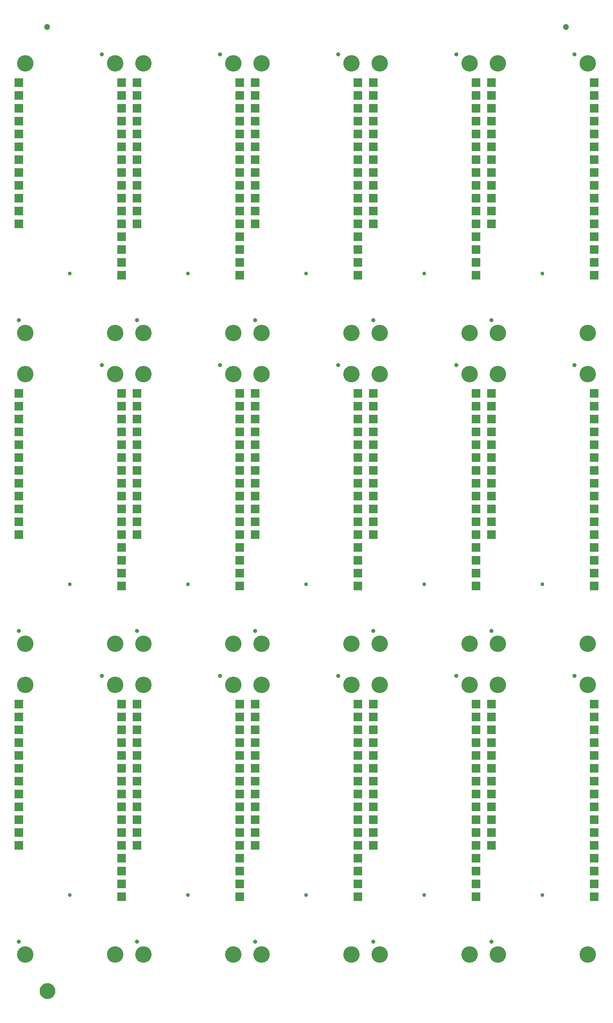
<source format=gbs>
G04 EAGLE Gerber RS-274X export*
G75*
%MOMM*%
%FSLAX34Y34*%
%LPD*%
%INSoldermask Bottom*%
%IPPOS*%
%AMOC8*
5,1,8,0,0,1.08239X$1,22.5*%
G01*
%ADD10R,1.727200X1.727200*%
%ADD11C,0.838200*%
%ADD12C,0.762000*%
%ADD13C,3.251200*%
%ADD14C,1.203200*%
%ADD15C,1.270000*%
%ADD16C,1.703200*%


D10*
X12700Y241300D03*
X12700Y266700D03*
X12700Y292100D03*
X12700Y317500D03*
X12700Y342900D03*
X12700Y368300D03*
X12700Y393700D03*
X12700Y419100D03*
X12700Y444500D03*
X12700Y469900D03*
X12700Y495300D03*
X12700Y520700D03*
X215900Y139700D03*
X215900Y165100D03*
X215900Y190500D03*
X215900Y215900D03*
X215900Y241300D03*
X215900Y266700D03*
X215900Y292100D03*
X215900Y317500D03*
X215900Y342900D03*
X215900Y368300D03*
X215900Y393700D03*
X215900Y419100D03*
X215900Y444500D03*
X215900Y469900D03*
X215900Y495300D03*
X215900Y520700D03*
D11*
X176530Y576580D03*
X12700Y50800D03*
D12*
X113030Y143510D03*
D13*
X25400Y25400D03*
X203200Y25400D03*
X25400Y558800D03*
X203200Y558800D03*
D10*
X246380Y241300D03*
X246380Y266700D03*
X246380Y292100D03*
X246380Y317500D03*
X246380Y342900D03*
X246380Y368300D03*
X246380Y393700D03*
X246380Y419100D03*
X246380Y444500D03*
X246380Y469900D03*
X246380Y495300D03*
X246380Y520700D03*
X449580Y139700D03*
X449580Y165100D03*
X449580Y190500D03*
X449580Y215900D03*
X449580Y241300D03*
X449580Y266700D03*
X449580Y292100D03*
X449580Y317500D03*
X449580Y342900D03*
X449580Y368300D03*
X449580Y393700D03*
X449580Y419100D03*
X449580Y444500D03*
X449580Y469900D03*
X449580Y495300D03*
X449580Y520700D03*
D11*
X410210Y576580D03*
X246380Y50800D03*
D12*
X346710Y143510D03*
D13*
X259080Y25400D03*
X436880Y25400D03*
X259080Y558800D03*
X436880Y558800D03*
D10*
X480060Y241300D03*
X480060Y266700D03*
X480060Y292100D03*
X480060Y317500D03*
X480060Y342900D03*
X480060Y368300D03*
X480060Y393700D03*
X480060Y419100D03*
X480060Y444500D03*
X480060Y469900D03*
X480060Y495300D03*
X480060Y520700D03*
X683260Y139700D03*
X683260Y165100D03*
X683260Y190500D03*
X683260Y215900D03*
X683260Y241300D03*
X683260Y266700D03*
X683260Y292100D03*
X683260Y317500D03*
X683260Y342900D03*
X683260Y368300D03*
X683260Y393700D03*
X683260Y419100D03*
X683260Y444500D03*
X683260Y469900D03*
X683260Y495300D03*
X683260Y520700D03*
D11*
X643890Y576580D03*
X480060Y50800D03*
D12*
X580390Y143510D03*
D13*
X492760Y25400D03*
X670560Y25400D03*
X492760Y558800D03*
X670560Y558800D03*
D10*
X713740Y241300D03*
X713740Y266700D03*
X713740Y292100D03*
X713740Y317500D03*
X713740Y342900D03*
X713740Y368300D03*
X713740Y393700D03*
X713740Y419100D03*
X713740Y444500D03*
X713740Y469900D03*
X713740Y495300D03*
X713740Y520700D03*
X916940Y139700D03*
X916940Y165100D03*
X916940Y190500D03*
X916940Y215900D03*
X916940Y241300D03*
X916940Y266700D03*
X916940Y292100D03*
X916940Y317500D03*
X916940Y342900D03*
X916940Y368300D03*
X916940Y393700D03*
X916940Y419100D03*
X916940Y444500D03*
X916940Y469900D03*
X916940Y495300D03*
X916940Y520700D03*
D11*
X877570Y576580D03*
X713740Y50800D03*
D12*
X814070Y143510D03*
D13*
X726440Y25400D03*
X904240Y25400D03*
X726440Y558800D03*
X904240Y558800D03*
D10*
X947420Y241300D03*
X947420Y266700D03*
X947420Y292100D03*
X947420Y317500D03*
X947420Y342900D03*
X947420Y368300D03*
X947420Y393700D03*
X947420Y419100D03*
X947420Y444500D03*
X947420Y469900D03*
X947420Y495300D03*
X947420Y520700D03*
X1150620Y139700D03*
X1150620Y165100D03*
X1150620Y190500D03*
X1150620Y215900D03*
X1150620Y241300D03*
X1150620Y266700D03*
X1150620Y292100D03*
X1150620Y317500D03*
X1150620Y342900D03*
X1150620Y368300D03*
X1150620Y393700D03*
X1150620Y419100D03*
X1150620Y444500D03*
X1150620Y469900D03*
X1150620Y495300D03*
X1150620Y520700D03*
D11*
X1111250Y576580D03*
X947420Y50800D03*
D12*
X1047750Y143510D03*
D13*
X960120Y25400D03*
X1137920Y25400D03*
X960120Y558800D03*
X1137920Y558800D03*
D10*
X12700Y855980D03*
X12700Y881380D03*
X12700Y906780D03*
X12700Y932180D03*
X12700Y957580D03*
X12700Y982980D03*
X12700Y1008380D03*
X12700Y1033780D03*
X12700Y1059180D03*
X12700Y1084580D03*
X12700Y1109980D03*
X12700Y1135380D03*
X215900Y754380D03*
X215900Y779780D03*
X215900Y805180D03*
X215900Y830580D03*
X215900Y855980D03*
X215900Y881380D03*
X215900Y906780D03*
X215900Y932180D03*
X215900Y957580D03*
X215900Y982980D03*
X215900Y1008380D03*
X215900Y1033780D03*
X215900Y1059180D03*
X215900Y1084580D03*
X215900Y1109980D03*
X215900Y1135380D03*
D11*
X176530Y1191260D03*
X12700Y665480D03*
D12*
X113030Y758190D03*
D13*
X25400Y640080D03*
X203200Y640080D03*
X25400Y1173480D03*
X203200Y1173480D03*
D10*
X246380Y855980D03*
X246380Y881380D03*
X246380Y906780D03*
X246380Y932180D03*
X246380Y957580D03*
X246380Y982980D03*
X246380Y1008380D03*
X246380Y1033780D03*
X246380Y1059180D03*
X246380Y1084580D03*
X246380Y1109980D03*
X246380Y1135380D03*
X449580Y754380D03*
X449580Y779780D03*
X449580Y805180D03*
X449580Y830580D03*
X449580Y855980D03*
X449580Y881380D03*
X449580Y906780D03*
X449580Y932180D03*
X449580Y957580D03*
X449580Y982980D03*
X449580Y1008380D03*
X449580Y1033780D03*
X449580Y1059180D03*
X449580Y1084580D03*
X449580Y1109980D03*
X449580Y1135380D03*
D11*
X410210Y1191260D03*
X246380Y665480D03*
D12*
X346710Y758190D03*
D13*
X259080Y640080D03*
X436880Y640080D03*
X259080Y1173480D03*
X436880Y1173480D03*
D10*
X480060Y855980D03*
X480060Y881380D03*
X480060Y906780D03*
X480060Y932180D03*
X480060Y957580D03*
X480060Y982980D03*
X480060Y1008380D03*
X480060Y1033780D03*
X480060Y1059180D03*
X480060Y1084580D03*
X480060Y1109980D03*
X480060Y1135380D03*
X683260Y754380D03*
X683260Y779780D03*
X683260Y805180D03*
X683260Y830580D03*
X683260Y855980D03*
X683260Y881380D03*
X683260Y906780D03*
X683260Y932180D03*
X683260Y957580D03*
X683260Y982980D03*
X683260Y1008380D03*
X683260Y1033780D03*
X683260Y1059180D03*
X683260Y1084580D03*
X683260Y1109980D03*
X683260Y1135380D03*
D11*
X643890Y1191260D03*
X480060Y665480D03*
D12*
X580390Y758190D03*
D13*
X492760Y640080D03*
X670560Y640080D03*
X492760Y1173480D03*
X670560Y1173480D03*
D10*
X713740Y855980D03*
X713740Y881380D03*
X713740Y906780D03*
X713740Y932180D03*
X713740Y957580D03*
X713740Y982980D03*
X713740Y1008380D03*
X713740Y1033780D03*
X713740Y1059180D03*
X713740Y1084580D03*
X713740Y1109980D03*
X713740Y1135380D03*
X916940Y754380D03*
X916940Y779780D03*
X916940Y805180D03*
X916940Y830580D03*
X916940Y855980D03*
X916940Y881380D03*
X916940Y906780D03*
X916940Y932180D03*
X916940Y957580D03*
X916940Y982980D03*
X916940Y1008380D03*
X916940Y1033780D03*
X916940Y1059180D03*
X916940Y1084580D03*
X916940Y1109980D03*
X916940Y1135380D03*
D11*
X877570Y1191260D03*
X713740Y665480D03*
D12*
X814070Y758190D03*
D13*
X726440Y640080D03*
X904240Y640080D03*
X726440Y1173480D03*
X904240Y1173480D03*
D10*
X947420Y855980D03*
X947420Y881380D03*
X947420Y906780D03*
X947420Y932180D03*
X947420Y957580D03*
X947420Y982980D03*
X947420Y1008380D03*
X947420Y1033780D03*
X947420Y1059180D03*
X947420Y1084580D03*
X947420Y1109980D03*
X947420Y1135380D03*
X1150620Y754380D03*
X1150620Y779780D03*
X1150620Y805180D03*
X1150620Y830580D03*
X1150620Y855980D03*
X1150620Y881380D03*
X1150620Y906780D03*
X1150620Y932180D03*
X1150620Y957580D03*
X1150620Y982980D03*
X1150620Y1008380D03*
X1150620Y1033780D03*
X1150620Y1059180D03*
X1150620Y1084580D03*
X1150620Y1109980D03*
X1150620Y1135380D03*
D11*
X1111250Y1191260D03*
X947420Y665480D03*
D12*
X1047750Y758190D03*
D13*
X960120Y640080D03*
X1137920Y640080D03*
X960120Y1173480D03*
X1137920Y1173480D03*
D10*
X12700Y1470660D03*
X12700Y1496060D03*
X12700Y1521460D03*
X12700Y1546860D03*
X12700Y1572260D03*
X12700Y1597660D03*
X12700Y1623060D03*
X12700Y1648460D03*
X12700Y1673860D03*
X12700Y1699260D03*
X12700Y1724660D03*
X12700Y1750060D03*
X215900Y1369060D03*
X215900Y1394460D03*
X215900Y1419860D03*
X215900Y1445260D03*
X215900Y1470660D03*
X215900Y1496060D03*
X215900Y1521460D03*
X215900Y1546860D03*
X215900Y1572260D03*
X215900Y1597660D03*
X215900Y1623060D03*
X215900Y1648460D03*
X215900Y1673860D03*
X215900Y1699260D03*
X215900Y1724660D03*
X215900Y1750060D03*
D11*
X176530Y1805940D03*
X12700Y1280160D03*
D12*
X113030Y1372870D03*
D13*
X25400Y1254760D03*
X203200Y1254760D03*
X25400Y1788160D03*
X203200Y1788160D03*
D10*
X246380Y1470660D03*
X246380Y1496060D03*
X246380Y1521460D03*
X246380Y1546860D03*
X246380Y1572260D03*
X246380Y1597660D03*
X246380Y1623060D03*
X246380Y1648460D03*
X246380Y1673860D03*
X246380Y1699260D03*
X246380Y1724660D03*
X246380Y1750060D03*
X449580Y1369060D03*
X449580Y1394460D03*
X449580Y1419860D03*
X449580Y1445260D03*
X449580Y1470660D03*
X449580Y1496060D03*
X449580Y1521460D03*
X449580Y1546860D03*
X449580Y1572260D03*
X449580Y1597660D03*
X449580Y1623060D03*
X449580Y1648460D03*
X449580Y1673860D03*
X449580Y1699260D03*
X449580Y1724660D03*
X449580Y1750060D03*
D11*
X410210Y1805940D03*
X246380Y1280160D03*
D12*
X346710Y1372870D03*
D13*
X259080Y1254760D03*
X436880Y1254760D03*
X259080Y1788160D03*
X436880Y1788160D03*
D10*
X480060Y1470660D03*
X480060Y1496060D03*
X480060Y1521460D03*
X480060Y1546860D03*
X480060Y1572260D03*
X480060Y1597660D03*
X480060Y1623060D03*
X480060Y1648460D03*
X480060Y1673860D03*
X480060Y1699260D03*
X480060Y1724660D03*
X480060Y1750060D03*
X683260Y1369060D03*
X683260Y1394460D03*
X683260Y1419860D03*
X683260Y1445260D03*
X683260Y1470660D03*
X683260Y1496060D03*
X683260Y1521460D03*
X683260Y1546860D03*
X683260Y1572260D03*
X683260Y1597660D03*
X683260Y1623060D03*
X683260Y1648460D03*
X683260Y1673860D03*
X683260Y1699260D03*
X683260Y1724660D03*
X683260Y1750060D03*
D11*
X643890Y1805940D03*
X480060Y1280160D03*
D12*
X580390Y1372870D03*
D13*
X492760Y1254760D03*
X670560Y1254760D03*
X492760Y1788160D03*
X670560Y1788160D03*
D10*
X713740Y1470660D03*
X713740Y1496060D03*
X713740Y1521460D03*
X713740Y1546860D03*
X713740Y1572260D03*
X713740Y1597660D03*
X713740Y1623060D03*
X713740Y1648460D03*
X713740Y1673860D03*
X713740Y1699260D03*
X713740Y1724660D03*
X713740Y1750060D03*
X916940Y1369060D03*
X916940Y1394460D03*
X916940Y1419860D03*
X916940Y1445260D03*
X916940Y1470660D03*
X916940Y1496060D03*
X916940Y1521460D03*
X916940Y1546860D03*
X916940Y1572260D03*
X916940Y1597660D03*
X916940Y1623060D03*
X916940Y1648460D03*
X916940Y1673860D03*
X916940Y1699260D03*
X916940Y1724660D03*
X916940Y1750060D03*
D11*
X877570Y1805940D03*
X713740Y1280160D03*
D12*
X814070Y1372870D03*
D13*
X726440Y1254760D03*
X904240Y1254760D03*
X726440Y1788160D03*
X904240Y1788160D03*
D10*
X947420Y1470660D03*
X947420Y1496060D03*
X947420Y1521460D03*
X947420Y1546860D03*
X947420Y1572260D03*
X947420Y1597660D03*
X947420Y1623060D03*
X947420Y1648460D03*
X947420Y1673860D03*
X947420Y1699260D03*
X947420Y1724660D03*
X947420Y1750060D03*
X1150620Y1369060D03*
X1150620Y1394460D03*
X1150620Y1419860D03*
X1150620Y1445260D03*
X1150620Y1470660D03*
X1150620Y1496060D03*
X1150620Y1521460D03*
X1150620Y1546860D03*
X1150620Y1572260D03*
X1150620Y1597660D03*
X1150620Y1623060D03*
X1150620Y1648460D03*
X1150620Y1673860D03*
X1150620Y1699260D03*
X1150620Y1724660D03*
X1150620Y1750060D03*
D11*
X1111250Y1805940D03*
X947420Y1280160D03*
D12*
X1047750Y1372870D03*
D13*
X960120Y1254760D03*
X1137920Y1254760D03*
X960120Y1788160D03*
X1137920Y1788160D03*
D14*
X68580Y1859915D03*
X1094105Y1859915D03*
D15*
X59525Y-46355D02*
X59528Y-46133D01*
X59536Y-45911D01*
X59550Y-45689D01*
X59569Y-45467D01*
X59593Y-45247D01*
X59623Y-45026D01*
X59658Y-44807D01*
X59699Y-44588D01*
X59745Y-44371D01*
X59796Y-44155D01*
X59853Y-43940D01*
X59915Y-43726D01*
X59982Y-43515D01*
X60054Y-43304D01*
X60132Y-43096D01*
X60214Y-42890D01*
X60302Y-42686D01*
X60394Y-42483D01*
X60492Y-42284D01*
X60594Y-42087D01*
X60701Y-41892D01*
X60813Y-41700D01*
X60930Y-41511D01*
X61051Y-41324D01*
X61177Y-41141D01*
X61307Y-40961D01*
X61442Y-40784D01*
X61580Y-40611D01*
X61723Y-40441D01*
X61871Y-40274D01*
X62022Y-40111D01*
X62177Y-39952D01*
X62336Y-39797D01*
X62499Y-39646D01*
X62666Y-39498D01*
X62836Y-39355D01*
X63009Y-39217D01*
X63186Y-39082D01*
X63366Y-38952D01*
X63549Y-38826D01*
X63736Y-38705D01*
X63925Y-38588D01*
X64117Y-38476D01*
X64312Y-38369D01*
X64509Y-38267D01*
X64708Y-38169D01*
X64911Y-38077D01*
X65115Y-37989D01*
X65321Y-37907D01*
X65529Y-37829D01*
X65740Y-37757D01*
X65951Y-37690D01*
X66165Y-37628D01*
X66380Y-37571D01*
X66596Y-37520D01*
X66813Y-37474D01*
X67032Y-37433D01*
X67251Y-37398D01*
X67472Y-37368D01*
X67692Y-37344D01*
X67914Y-37325D01*
X68136Y-37311D01*
X68358Y-37303D01*
X68580Y-37300D01*
X68802Y-37303D01*
X69024Y-37311D01*
X69246Y-37325D01*
X69468Y-37344D01*
X69688Y-37368D01*
X69909Y-37398D01*
X70128Y-37433D01*
X70347Y-37474D01*
X70564Y-37520D01*
X70780Y-37571D01*
X70995Y-37628D01*
X71209Y-37690D01*
X71420Y-37757D01*
X71631Y-37829D01*
X71839Y-37907D01*
X72045Y-37989D01*
X72249Y-38077D01*
X72452Y-38169D01*
X72651Y-38267D01*
X72848Y-38369D01*
X73043Y-38476D01*
X73235Y-38588D01*
X73424Y-38705D01*
X73611Y-38826D01*
X73794Y-38952D01*
X73974Y-39082D01*
X74151Y-39217D01*
X74324Y-39355D01*
X74494Y-39498D01*
X74661Y-39646D01*
X74824Y-39797D01*
X74983Y-39952D01*
X75138Y-40111D01*
X75289Y-40274D01*
X75437Y-40441D01*
X75580Y-40611D01*
X75718Y-40784D01*
X75853Y-40961D01*
X75983Y-41141D01*
X76109Y-41324D01*
X76230Y-41511D01*
X76347Y-41700D01*
X76459Y-41892D01*
X76566Y-42087D01*
X76668Y-42284D01*
X76766Y-42483D01*
X76858Y-42686D01*
X76946Y-42890D01*
X77028Y-43096D01*
X77106Y-43304D01*
X77178Y-43515D01*
X77245Y-43726D01*
X77307Y-43940D01*
X77364Y-44155D01*
X77415Y-44371D01*
X77461Y-44588D01*
X77502Y-44807D01*
X77537Y-45026D01*
X77567Y-45247D01*
X77591Y-45467D01*
X77610Y-45689D01*
X77624Y-45911D01*
X77632Y-46133D01*
X77635Y-46355D01*
X77632Y-46577D01*
X77624Y-46799D01*
X77610Y-47021D01*
X77591Y-47243D01*
X77567Y-47463D01*
X77537Y-47684D01*
X77502Y-47903D01*
X77461Y-48122D01*
X77415Y-48339D01*
X77364Y-48555D01*
X77307Y-48770D01*
X77245Y-48984D01*
X77178Y-49195D01*
X77106Y-49406D01*
X77028Y-49614D01*
X76946Y-49820D01*
X76858Y-50024D01*
X76766Y-50227D01*
X76668Y-50426D01*
X76566Y-50623D01*
X76459Y-50818D01*
X76347Y-51010D01*
X76230Y-51199D01*
X76109Y-51386D01*
X75983Y-51569D01*
X75853Y-51749D01*
X75718Y-51926D01*
X75580Y-52099D01*
X75437Y-52269D01*
X75289Y-52436D01*
X75138Y-52599D01*
X74983Y-52758D01*
X74824Y-52913D01*
X74661Y-53064D01*
X74494Y-53212D01*
X74324Y-53355D01*
X74151Y-53493D01*
X73974Y-53628D01*
X73794Y-53758D01*
X73611Y-53884D01*
X73424Y-54005D01*
X73235Y-54122D01*
X73043Y-54234D01*
X72848Y-54341D01*
X72651Y-54443D01*
X72452Y-54541D01*
X72249Y-54633D01*
X72045Y-54721D01*
X71839Y-54803D01*
X71631Y-54881D01*
X71420Y-54953D01*
X71209Y-55020D01*
X70995Y-55082D01*
X70780Y-55139D01*
X70564Y-55190D01*
X70347Y-55236D01*
X70128Y-55277D01*
X69909Y-55312D01*
X69688Y-55342D01*
X69468Y-55366D01*
X69246Y-55385D01*
X69024Y-55399D01*
X68802Y-55407D01*
X68580Y-55410D01*
X68358Y-55407D01*
X68136Y-55399D01*
X67914Y-55385D01*
X67692Y-55366D01*
X67472Y-55342D01*
X67251Y-55312D01*
X67032Y-55277D01*
X66813Y-55236D01*
X66596Y-55190D01*
X66380Y-55139D01*
X66165Y-55082D01*
X65951Y-55020D01*
X65740Y-54953D01*
X65529Y-54881D01*
X65321Y-54803D01*
X65115Y-54721D01*
X64911Y-54633D01*
X64708Y-54541D01*
X64509Y-54443D01*
X64312Y-54341D01*
X64117Y-54234D01*
X63925Y-54122D01*
X63736Y-54005D01*
X63549Y-53884D01*
X63366Y-53758D01*
X63186Y-53628D01*
X63009Y-53493D01*
X62836Y-53355D01*
X62666Y-53212D01*
X62499Y-53064D01*
X62336Y-52913D01*
X62177Y-52758D01*
X62022Y-52599D01*
X61871Y-52436D01*
X61723Y-52269D01*
X61580Y-52099D01*
X61442Y-51926D01*
X61307Y-51749D01*
X61177Y-51569D01*
X61051Y-51386D01*
X60930Y-51199D01*
X60813Y-51010D01*
X60701Y-50818D01*
X60594Y-50623D01*
X60492Y-50426D01*
X60394Y-50227D01*
X60302Y-50024D01*
X60214Y-49820D01*
X60132Y-49614D01*
X60054Y-49406D01*
X59982Y-49195D01*
X59915Y-48984D01*
X59853Y-48770D01*
X59796Y-48555D01*
X59745Y-48339D01*
X59699Y-48122D01*
X59658Y-47903D01*
X59623Y-47684D01*
X59593Y-47463D01*
X59569Y-47243D01*
X59550Y-47021D01*
X59536Y-46799D01*
X59528Y-46577D01*
X59525Y-46355D01*
D16*
X68580Y-46355D03*
M02*

</source>
